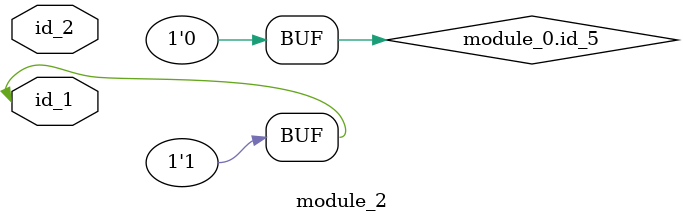
<source format=v>
module module_0 (
    id_1,
    id_2,
    id_3
);
  inout wire id_3;
  input wire id_2;
  output wire id_1;
  wire id_4;
  assign #id_5 id_1 = 1'b0 - {1{id_2}};
  module_2 modCall_1 (
      id_4,
      id_4
  );
endmodule
module module_1;
  assign id_1 = id_1;
  assign id_1 = 1;
  assign id_1 = id_1;
  assign id_1 = 1'd0 && id_2;
  module_0 modCall_1 (
      id_1,
      id_1,
      id_1
  );
endmodule
module module_2 (
    id_1,
    id_2
);
  input wire id_2;
  inout wire id_1;
  assign id_1 = 1;
  assign module_0.id_5 = 0;
endmodule

</source>
